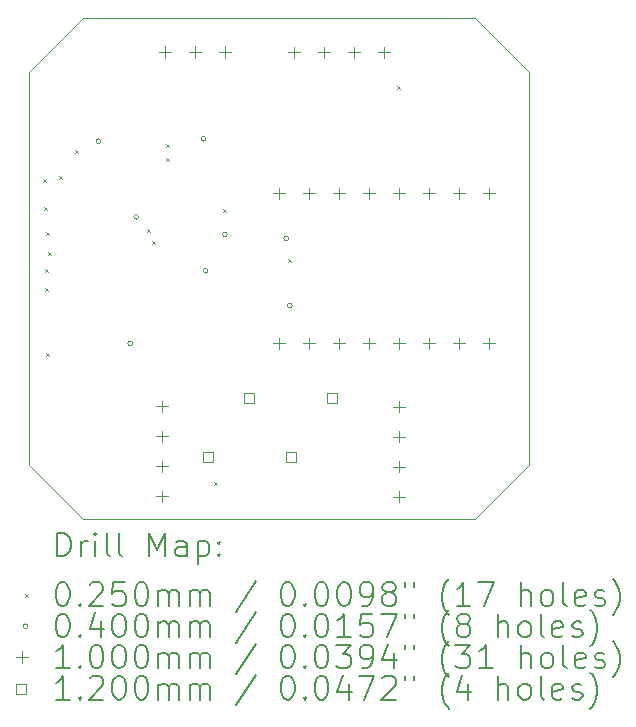
<source format=gbr>
%TF.GenerationSoftware,KiCad,Pcbnew,7.0.1*%
%TF.CreationDate,2024-04-15T22:24:18+02:00*%
%TF.ProjectId,nema17_driver,6e656d61-3137-45f6-9472-697665722e6b,rev?*%
%TF.SameCoordinates,Original*%
%TF.FileFunction,Drillmap*%
%TF.FilePolarity,Positive*%
%FSLAX45Y45*%
G04 Gerber Fmt 4.5, Leading zero omitted, Abs format (unit mm)*
G04 Created by KiCad (PCBNEW 7.0.1) date 2024-04-15 22:24:18*
%MOMM*%
%LPD*%
G01*
G04 APERTURE LIST*
%ADD10C,0.100000*%
%ADD11C,0.200000*%
%ADD12C,0.025000*%
%ADD13C,0.040000*%
%ADD14C,0.120000*%
G04 APERTURE END LIST*
D10*
X12480000Y-9760000D02*
X12480000Y-6440000D01*
X16720000Y-9760000D02*
X16260000Y-10220000D01*
X16260000Y-10220000D02*
X12940000Y-10220000D01*
X16720000Y-6440000D02*
X16720000Y-9760000D01*
X12940000Y-10220000D02*
X12480000Y-9760000D01*
X12940000Y-5980000D02*
X16260000Y-5980000D01*
X16260000Y-5980000D02*
X16720000Y-6440000D01*
X12480000Y-6440000D02*
X12940000Y-5980000D01*
D11*
D12*
X12606300Y-7345820D02*
X12631300Y-7370820D01*
X12631300Y-7345820D02*
X12606300Y-7370820D01*
X12611380Y-7579500D02*
X12636380Y-7604500D01*
X12636380Y-7579500D02*
X12611380Y-7604500D01*
X12616460Y-8102740D02*
X12641460Y-8127740D01*
X12641460Y-8102740D02*
X12616460Y-8127740D01*
X12621540Y-8265300D02*
X12646540Y-8290300D01*
X12646540Y-8265300D02*
X12621540Y-8290300D01*
X12626620Y-8819020D02*
X12651620Y-8844020D01*
X12651620Y-8819020D02*
X12626620Y-8844020D01*
X12629836Y-7790996D02*
X12654836Y-7815996D01*
X12654836Y-7790996D02*
X12629836Y-7815996D01*
X12644400Y-7957960D02*
X12669400Y-7982960D01*
X12669400Y-7957960D02*
X12644400Y-7982960D01*
X12738380Y-7315340D02*
X12763380Y-7340340D01*
X12763380Y-7315340D02*
X12738380Y-7340340D01*
X12870460Y-7096900D02*
X12895460Y-7121900D01*
X12895460Y-7096900D02*
X12870460Y-7121900D01*
X13485140Y-7762380D02*
X13510140Y-7787380D01*
X13510140Y-7762380D02*
X13485140Y-7787380D01*
X13525780Y-7863980D02*
X13550780Y-7888980D01*
X13550780Y-7863980D02*
X13525780Y-7888980D01*
X13647700Y-7046100D02*
X13672700Y-7071100D01*
X13672700Y-7046100D02*
X13647700Y-7071100D01*
X13647700Y-7162940D02*
X13672700Y-7187940D01*
X13672700Y-7162940D02*
X13647700Y-7187940D01*
X14049020Y-9911220D02*
X14074020Y-9936220D01*
X14074020Y-9911220D02*
X14049020Y-9936220D01*
X14125220Y-7599820D02*
X14150220Y-7624820D01*
X14150220Y-7599820D02*
X14125220Y-7624820D01*
X14678940Y-8021460D02*
X14703940Y-8046460D01*
X14703940Y-8021460D02*
X14678940Y-8046460D01*
X15603500Y-6553340D02*
X15628500Y-6578340D01*
X15628500Y-6553340D02*
X15603500Y-6578340D01*
D13*
X13090920Y-7023040D02*
G75*
G03*
X13090920Y-7023040I-20000J0D01*
G01*
X13360160Y-8735000D02*
G75*
G03*
X13360160Y-8735000I-20000J0D01*
G01*
X13410960Y-7663120D02*
G75*
G03*
X13410960Y-7663120I-20000J0D01*
G01*
X13979920Y-7002720D02*
G75*
G03*
X13979920Y-7002720I-20000J0D01*
G01*
X14000240Y-8120320D02*
G75*
G03*
X14000240Y-8120320I-20000J0D01*
G01*
X14162800Y-7810440D02*
G75*
G03*
X14162800Y-7810440I-20000J0D01*
G01*
X14680960Y-7846000D02*
G75*
G03*
X14680960Y-7846000I-20000J0D01*
G01*
X14711440Y-8414960D02*
G75*
G03*
X14711440Y-8414960I-20000J0D01*
G01*
D10*
X13609400Y-9218400D02*
X13609400Y-9318400D01*
X13559400Y-9268400D02*
X13659400Y-9268400D01*
X13609400Y-9472400D02*
X13609400Y-9572400D01*
X13559400Y-9522400D02*
X13659400Y-9522400D01*
X13609400Y-9726400D02*
X13609400Y-9826400D01*
X13559400Y-9776400D02*
X13659400Y-9776400D01*
X13609400Y-9980400D02*
X13609400Y-10080400D01*
X13559400Y-10030400D02*
X13659400Y-10030400D01*
X13636300Y-6218700D02*
X13636300Y-6318700D01*
X13586300Y-6268700D02*
X13686300Y-6268700D01*
X13890300Y-6218700D02*
X13890300Y-6318700D01*
X13840300Y-6268700D02*
X13940300Y-6268700D01*
X14144300Y-6218700D02*
X14144300Y-6318700D01*
X14094300Y-6268700D02*
X14194300Y-6268700D01*
X14600000Y-7415000D02*
X14600000Y-7515000D01*
X14550000Y-7465000D02*
X14650000Y-7465000D01*
X14600000Y-8685000D02*
X14600000Y-8785000D01*
X14550000Y-8735000D02*
X14650000Y-8735000D01*
X14727000Y-6221200D02*
X14727000Y-6321200D01*
X14677000Y-6271200D02*
X14777000Y-6271200D01*
X14854000Y-7415000D02*
X14854000Y-7515000D01*
X14804000Y-7465000D02*
X14904000Y-7465000D01*
X14854000Y-8685000D02*
X14854000Y-8785000D01*
X14804000Y-8735000D02*
X14904000Y-8735000D01*
X14981000Y-6221200D02*
X14981000Y-6321200D01*
X14931000Y-6271200D02*
X15031000Y-6271200D01*
X15108000Y-7415000D02*
X15108000Y-7515000D01*
X15058000Y-7465000D02*
X15158000Y-7465000D01*
X15108000Y-8685000D02*
X15108000Y-8785000D01*
X15058000Y-8735000D02*
X15158000Y-8735000D01*
X15235000Y-6221200D02*
X15235000Y-6321200D01*
X15185000Y-6271200D02*
X15285000Y-6271200D01*
X15362000Y-7415000D02*
X15362000Y-7515000D01*
X15312000Y-7465000D02*
X15412000Y-7465000D01*
X15362000Y-8685000D02*
X15362000Y-8785000D01*
X15312000Y-8735000D02*
X15412000Y-8735000D01*
X15489000Y-6221200D02*
X15489000Y-6321200D01*
X15439000Y-6271200D02*
X15539000Y-6271200D01*
X15613500Y-9219400D02*
X15613500Y-9319400D01*
X15563500Y-9269400D02*
X15663500Y-9269400D01*
X15613500Y-9473400D02*
X15613500Y-9573400D01*
X15563500Y-9523400D02*
X15663500Y-9523400D01*
X15613500Y-9727400D02*
X15613500Y-9827400D01*
X15563500Y-9777400D02*
X15663500Y-9777400D01*
X15613500Y-9981400D02*
X15613500Y-10081400D01*
X15563500Y-10031400D02*
X15663500Y-10031400D01*
X15616000Y-7415000D02*
X15616000Y-7515000D01*
X15566000Y-7465000D02*
X15666000Y-7465000D01*
X15616000Y-8685000D02*
X15616000Y-8785000D01*
X15566000Y-8735000D02*
X15666000Y-8735000D01*
X15870000Y-7415000D02*
X15870000Y-7515000D01*
X15820000Y-7465000D02*
X15920000Y-7465000D01*
X15870000Y-8685000D02*
X15870000Y-8785000D01*
X15820000Y-8735000D02*
X15920000Y-8735000D01*
X16124000Y-7415000D02*
X16124000Y-7515000D01*
X16074000Y-7465000D02*
X16174000Y-7465000D01*
X16124000Y-8685000D02*
X16124000Y-8785000D01*
X16074000Y-8735000D02*
X16174000Y-8735000D01*
X16378000Y-7415000D02*
X16378000Y-7515000D01*
X16328000Y-7465000D02*
X16428000Y-7465000D01*
X16378000Y-8685000D02*
X16378000Y-8785000D01*
X16328000Y-8735000D02*
X16428000Y-8735000D01*
D14*
X14042427Y-9740627D02*
X14042427Y-9655773D01*
X13957573Y-9655773D01*
X13957573Y-9740627D01*
X14042427Y-9740627D01*
X14392427Y-9240627D02*
X14392427Y-9155773D01*
X14307573Y-9155773D01*
X14307573Y-9240627D01*
X14392427Y-9240627D01*
X14742427Y-9740627D02*
X14742427Y-9655773D01*
X14657573Y-9655773D01*
X14657573Y-9740627D01*
X14742427Y-9740627D01*
X15092427Y-9240627D02*
X15092427Y-9155773D01*
X15007573Y-9155773D01*
X15007573Y-9240627D01*
X15092427Y-9240627D01*
D11*
X12722619Y-10537524D02*
X12722619Y-10337524D01*
X12722619Y-10337524D02*
X12770238Y-10337524D01*
X12770238Y-10337524D02*
X12798809Y-10347048D01*
X12798809Y-10347048D02*
X12817857Y-10366095D01*
X12817857Y-10366095D02*
X12827381Y-10385143D01*
X12827381Y-10385143D02*
X12836905Y-10423238D01*
X12836905Y-10423238D02*
X12836905Y-10451810D01*
X12836905Y-10451810D02*
X12827381Y-10489905D01*
X12827381Y-10489905D02*
X12817857Y-10508952D01*
X12817857Y-10508952D02*
X12798809Y-10528000D01*
X12798809Y-10528000D02*
X12770238Y-10537524D01*
X12770238Y-10537524D02*
X12722619Y-10537524D01*
X12922619Y-10537524D02*
X12922619Y-10404190D01*
X12922619Y-10442286D02*
X12932143Y-10423238D01*
X12932143Y-10423238D02*
X12941667Y-10413714D01*
X12941667Y-10413714D02*
X12960714Y-10404190D01*
X12960714Y-10404190D02*
X12979762Y-10404190D01*
X13046428Y-10537524D02*
X13046428Y-10404190D01*
X13046428Y-10337524D02*
X13036905Y-10347048D01*
X13036905Y-10347048D02*
X13046428Y-10356571D01*
X13046428Y-10356571D02*
X13055952Y-10347048D01*
X13055952Y-10347048D02*
X13046428Y-10337524D01*
X13046428Y-10337524D02*
X13046428Y-10356571D01*
X13170238Y-10537524D02*
X13151190Y-10528000D01*
X13151190Y-10528000D02*
X13141667Y-10508952D01*
X13141667Y-10508952D02*
X13141667Y-10337524D01*
X13275000Y-10537524D02*
X13255952Y-10528000D01*
X13255952Y-10528000D02*
X13246428Y-10508952D01*
X13246428Y-10508952D02*
X13246428Y-10337524D01*
X13503571Y-10537524D02*
X13503571Y-10337524D01*
X13503571Y-10337524D02*
X13570238Y-10480381D01*
X13570238Y-10480381D02*
X13636905Y-10337524D01*
X13636905Y-10337524D02*
X13636905Y-10537524D01*
X13817857Y-10537524D02*
X13817857Y-10432762D01*
X13817857Y-10432762D02*
X13808333Y-10413714D01*
X13808333Y-10413714D02*
X13789286Y-10404190D01*
X13789286Y-10404190D02*
X13751190Y-10404190D01*
X13751190Y-10404190D02*
X13732143Y-10413714D01*
X13817857Y-10528000D02*
X13798809Y-10537524D01*
X13798809Y-10537524D02*
X13751190Y-10537524D01*
X13751190Y-10537524D02*
X13732143Y-10528000D01*
X13732143Y-10528000D02*
X13722619Y-10508952D01*
X13722619Y-10508952D02*
X13722619Y-10489905D01*
X13722619Y-10489905D02*
X13732143Y-10470857D01*
X13732143Y-10470857D02*
X13751190Y-10461333D01*
X13751190Y-10461333D02*
X13798809Y-10461333D01*
X13798809Y-10461333D02*
X13817857Y-10451810D01*
X13913095Y-10404190D02*
X13913095Y-10604190D01*
X13913095Y-10413714D02*
X13932143Y-10404190D01*
X13932143Y-10404190D02*
X13970238Y-10404190D01*
X13970238Y-10404190D02*
X13989286Y-10413714D01*
X13989286Y-10413714D02*
X13998809Y-10423238D01*
X13998809Y-10423238D02*
X14008333Y-10442286D01*
X14008333Y-10442286D02*
X14008333Y-10499429D01*
X14008333Y-10499429D02*
X13998809Y-10518476D01*
X13998809Y-10518476D02*
X13989286Y-10528000D01*
X13989286Y-10528000D02*
X13970238Y-10537524D01*
X13970238Y-10537524D02*
X13932143Y-10537524D01*
X13932143Y-10537524D02*
X13913095Y-10528000D01*
X14094048Y-10518476D02*
X14103571Y-10528000D01*
X14103571Y-10528000D02*
X14094048Y-10537524D01*
X14094048Y-10537524D02*
X14084524Y-10528000D01*
X14084524Y-10528000D02*
X14094048Y-10518476D01*
X14094048Y-10518476D02*
X14094048Y-10537524D01*
X14094048Y-10413714D02*
X14103571Y-10423238D01*
X14103571Y-10423238D02*
X14094048Y-10432762D01*
X14094048Y-10432762D02*
X14084524Y-10423238D01*
X14084524Y-10423238D02*
X14094048Y-10413714D01*
X14094048Y-10413714D02*
X14094048Y-10432762D01*
D12*
X12450000Y-10852500D02*
X12475000Y-10877500D01*
X12475000Y-10852500D02*
X12450000Y-10877500D01*
D11*
X12760714Y-10757524D02*
X12779762Y-10757524D01*
X12779762Y-10757524D02*
X12798809Y-10767048D01*
X12798809Y-10767048D02*
X12808333Y-10776571D01*
X12808333Y-10776571D02*
X12817857Y-10795619D01*
X12817857Y-10795619D02*
X12827381Y-10833714D01*
X12827381Y-10833714D02*
X12827381Y-10881333D01*
X12827381Y-10881333D02*
X12817857Y-10919429D01*
X12817857Y-10919429D02*
X12808333Y-10938476D01*
X12808333Y-10938476D02*
X12798809Y-10948000D01*
X12798809Y-10948000D02*
X12779762Y-10957524D01*
X12779762Y-10957524D02*
X12760714Y-10957524D01*
X12760714Y-10957524D02*
X12741667Y-10948000D01*
X12741667Y-10948000D02*
X12732143Y-10938476D01*
X12732143Y-10938476D02*
X12722619Y-10919429D01*
X12722619Y-10919429D02*
X12713095Y-10881333D01*
X12713095Y-10881333D02*
X12713095Y-10833714D01*
X12713095Y-10833714D02*
X12722619Y-10795619D01*
X12722619Y-10795619D02*
X12732143Y-10776571D01*
X12732143Y-10776571D02*
X12741667Y-10767048D01*
X12741667Y-10767048D02*
X12760714Y-10757524D01*
X12913095Y-10938476D02*
X12922619Y-10948000D01*
X12922619Y-10948000D02*
X12913095Y-10957524D01*
X12913095Y-10957524D02*
X12903571Y-10948000D01*
X12903571Y-10948000D02*
X12913095Y-10938476D01*
X12913095Y-10938476D02*
X12913095Y-10957524D01*
X12998809Y-10776571D02*
X13008333Y-10767048D01*
X13008333Y-10767048D02*
X13027381Y-10757524D01*
X13027381Y-10757524D02*
X13075000Y-10757524D01*
X13075000Y-10757524D02*
X13094048Y-10767048D01*
X13094048Y-10767048D02*
X13103571Y-10776571D01*
X13103571Y-10776571D02*
X13113095Y-10795619D01*
X13113095Y-10795619D02*
X13113095Y-10814667D01*
X13113095Y-10814667D02*
X13103571Y-10843238D01*
X13103571Y-10843238D02*
X12989286Y-10957524D01*
X12989286Y-10957524D02*
X13113095Y-10957524D01*
X13294048Y-10757524D02*
X13198809Y-10757524D01*
X13198809Y-10757524D02*
X13189286Y-10852762D01*
X13189286Y-10852762D02*
X13198809Y-10843238D01*
X13198809Y-10843238D02*
X13217857Y-10833714D01*
X13217857Y-10833714D02*
X13265476Y-10833714D01*
X13265476Y-10833714D02*
X13284524Y-10843238D01*
X13284524Y-10843238D02*
X13294048Y-10852762D01*
X13294048Y-10852762D02*
X13303571Y-10871810D01*
X13303571Y-10871810D02*
X13303571Y-10919429D01*
X13303571Y-10919429D02*
X13294048Y-10938476D01*
X13294048Y-10938476D02*
X13284524Y-10948000D01*
X13284524Y-10948000D02*
X13265476Y-10957524D01*
X13265476Y-10957524D02*
X13217857Y-10957524D01*
X13217857Y-10957524D02*
X13198809Y-10948000D01*
X13198809Y-10948000D02*
X13189286Y-10938476D01*
X13427381Y-10757524D02*
X13446429Y-10757524D01*
X13446429Y-10757524D02*
X13465476Y-10767048D01*
X13465476Y-10767048D02*
X13475000Y-10776571D01*
X13475000Y-10776571D02*
X13484524Y-10795619D01*
X13484524Y-10795619D02*
X13494048Y-10833714D01*
X13494048Y-10833714D02*
X13494048Y-10881333D01*
X13494048Y-10881333D02*
X13484524Y-10919429D01*
X13484524Y-10919429D02*
X13475000Y-10938476D01*
X13475000Y-10938476D02*
X13465476Y-10948000D01*
X13465476Y-10948000D02*
X13446429Y-10957524D01*
X13446429Y-10957524D02*
X13427381Y-10957524D01*
X13427381Y-10957524D02*
X13408333Y-10948000D01*
X13408333Y-10948000D02*
X13398809Y-10938476D01*
X13398809Y-10938476D02*
X13389286Y-10919429D01*
X13389286Y-10919429D02*
X13379762Y-10881333D01*
X13379762Y-10881333D02*
X13379762Y-10833714D01*
X13379762Y-10833714D02*
X13389286Y-10795619D01*
X13389286Y-10795619D02*
X13398809Y-10776571D01*
X13398809Y-10776571D02*
X13408333Y-10767048D01*
X13408333Y-10767048D02*
X13427381Y-10757524D01*
X13579762Y-10957524D02*
X13579762Y-10824190D01*
X13579762Y-10843238D02*
X13589286Y-10833714D01*
X13589286Y-10833714D02*
X13608333Y-10824190D01*
X13608333Y-10824190D02*
X13636905Y-10824190D01*
X13636905Y-10824190D02*
X13655952Y-10833714D01*
X13655952Y-10833714D02*
X13665476Y-10852762D01*
X13665476Y-10852762D02*
X13665476Y-10957524D01*
X13665476Y-10852762D02*
X13675000Y-10833714D01*
X13675000Y-10833714D02*
X13694048Y-10824190D01*
X13694048Y-10824190D02*
X13722619Y-10824190D01*
X13722619Y-10824190D02*
X13741667Y-10833714D01*
X13741667Y-10833714D02*
X13751190Y-10852762D01*
X13751190Y-10852762D02*
X13751190Y-10957524D01*
X13846429Y-10957524D02*
X13846429Y-10824190D01*
X13846429Y-10843238D02*
X13855952Y-10833714D01*
X13855952Y-10833714D02*
X13875000Y-10824190D01*
X13875000Y-10824190D02*
X13903571Y-10824190D01*
X13903571Y-10824190D02*
X13922619Y-10833714D01*
X13922619Y-10833714D02*
X13932143Y-10852762D01*
X13932143Y-10852762D02*
X13932143Y-10957524D01*
X13932143Y-10852762D02*
X13941667Y-10833714D01*
X13941667Y-10833714D02*
X13960714Y-10824190D01*
X13960714Y-10824190D02*
X13989286Y-10824190D01*
X13989286Y-10824190D02*
X14008333Y-10833714D01*
X14008333Y-10833714D02*
X14017857Y-10852762D01*
X14017857Y-10852762D02*
X14017857Y-10957524D01*
X14408333Y-10748000D02*
X14236905Y-11005143D01*
X14665476Y-10757524D02*
X14684524Y-10757524D01*
X14684524Y-10757524D02*
X14703572Y-10767048D01*
X14703572Y-10767048D02*
X14713095Y-10776571D01*
X14713095Y-10776571D02*
X14722619Y-10795619D01*
X14722619Y-10795619D02*
X14732143Y-10833714D01*
X14732143Y-10833714D02*
X14732143Y-10881333D01*
X14732143Y-10881333D02*
X14722619Y-10919429D01*
X14722619Y-10919429D02*
X14713095Y-10938476D01*
X14713095Y-10938476D02*
X14703572Y-10948000D01*
X14703572Y-10948000D02*
X14684524Y-10957524D01*
X14684524Y-10957524D02*
X14665476Y-10957524D01*
X14665476Y-10957524D02*
X14646429Y-10948000D01*
X14646429Y-10948000D02*
X14636905Y-10938476D01*
X14636905Y-10938476D02*
X14627381Y-10919429D01*
X14627381Y-10919429D02*
X14617857Y-10881333D01*
X14617857Y-10881333D02*
X14617857Y-10833714D01*
X14617857Y-10833714D02*
X14627381Y-10795619D01*
X14627381Y-10795619D02*
X14636905Y-10776571D01*
X14636905Y-10776571D02*
X14646429Y-10767048D01*
X14646429Y-10767048D02*
X14665476Y-10757524D01*
X14817857Y-10938476D02*
X14827381Y-10948000D01*
X14827381Y-10948000D02*
X14817857Y-10957524D01*
X14817857Y-10957524D02*
X14808333Y-10948000D01*
X14808333Y-10948000D02*
X14817857Y-10938476D01*
X14817857Y-10938476D02*
X14817857Y-10957524D01*
X14951191Y-10757524D02*
X14970238Y-10757524D01*
X14970238Y-10757524D02*
X14989286Y-10767048D01*
X14989286Y-10767048D02*
X14998810Y-10776571D01*
X14998810Y-10776571D02*
X15008333Y-10795619D01*
X15008333Y-10795619D02*
X15017857Y-10833714D01*
X15017857Y-10833714D02*
X15017857Y-10881333D01*
X15017857Y-10881333D02*
X15008333Y-10919429D01*
X15008333Y-10919429D02*
X14998810Y-10938476D01*
X14998810Y-10938476D02*
X14989286Y-10948000D01*
X14989286Y-10948000D02*
X14970238Y-10957524D01*
X14970238Y-10957524D02*
X14951191Y-10957524D01*
X14951191Y-10957524D02*
X14932143Y-10948000D01*
X14932143Y-10948000D02*
X14922619Y-10938476D01*
X14922619Y-10938476D02*
X14913095Y-10919429D01*
X14913095Y-10919429D02*
X14903572Y-10881333D01*
X14903572Y-10881333D02*
X14903572Y-10833714D01*
X14903572Y-10833714D02*
X14913095Y-10795619D01*
X14913095Y-10795619D02*
X14922619Y-10776571D01*
X14922619Y-10776571D02*
X14932143Y-10767048D01*
X14932143Y-10767048D02*
X14951191Y-10757524D01*
X15141667Y-10757524D02*
X15160714Y-10757524D01*
X15160714Y-10757524D02*
X15179762Y-10767048D01*
X15179762Y-10767048D02*
X15189286Y-10776571D01*
X15189286Y-10776571D02*
X15198810Y-10795619D01*
X15198810Y-10795619D02*
X15208333Y-10833714D01*
X15208333Y-10833714D02*
X15208333Y-10881333D01*
X15208333Y-10881333D02*
X15198810Y-10919429D01*
X15198810Y-10919429D02*
X15189286Y-10938476D01*
X15189286Y-10938476D02*
X15179762Y-10948000D01*
X15179762Y-10948000D02*
X15160714Y-10957524D01*
X15160714Y-10957524D02*
X15141667Y-10957524D01*
X15141667Y-10957524D02*
X15122619Y-10948000D01*
X15122619Y-10948000D02*
X15113095Y-10938476D01*
X15113095Y-10938476D02*
X15103572Y-10919429D01*
X15103572Y-10919429D02*
X15094048Y-10881333D01*
X15094048Y-10881333D02*
X15094048Y-10833714D01*
X15094048Y-10833714D02*
X15103572Y-10795619D01*
X15103572Y-10795619D02*
X15113095Y-10776571D01*
X15113095Y-10776571D02*
X15122619Y-10767048D01*
X15122619Y-10767048D02*
X15141667Y-10757524D01*
X15303572Y-10957524D02*
X15341667Y-10957524D01*
X15341667Y-10957524D02*
X15360714Y-10948000D01*
X15360714Y-10948000D02*
X15370238Y-10938476D01*
X15370238Y-10938476D02*
X15389286Y-10909905D01*
X15389286Y-10909905D02*
X15398810Y-10871810D01*
X15398810Y-10871810D02*
X15398810Y-10795619D01*
X15398810Y-10795619D02*
X15389286Y-10776571D01*
X15389286Y-10776571D02*
X15379762Y-10767048D01*
X15379762Y-10767048D02*
X15360714Y-10757524D01*
X15360714Y-10757524D02*
X15322619Y-10757524D01*
X15322619Y-10757524D02*
X15303572Y-10767048D01*
X15303572Y-10767048D02*
X15294048Y-10776571D01*
X15294048Y-10776571D02*
X15284524Y-10795619D01*
X15284524Y-10795619D02*
X15284524Y-10843238D01*
X15284524Y-10843238D02*
X15294048Y-10862286D01*
X15294048Y-10862286D02*
X15303572Y-10871810D01*
X15303572Y-10871810D02*
X15322619Y-10881333D01*
X15322619Y-10881333D02*
X15360714Y-10881333D01*
X15360714Y-10881333D02*
X15379762Y-10871810D01*
X15379762Y-10871810D02*
X15389286Y-10862286D01*
X15389286Y-10862286D02*
X15398810Y-10843238D01*
X15513095Y-10843238D02*
X15494048Y-10833714D01*
X15494048Y-10833714D02*
X15484524Y-10824190D01*
X15484524Y-10824190D02*
X15475000Y-10805143D01*
X15475000Y-10805143D02*
X15475000Y-10795619D01*
X15475000Y-10795619D02*
X15484524Y-10776571D01*
X15484524Y-10776571D02*
X15494048Y-10767048D01*
X15494048Y-10767048D02*
X15513095Y-10757524D01*
X15513095Y-10757524D02*
X15551191Y-10757524D01*
X15551191Y-10757524D02*
X15570238Y-10767048D01*
X15570238Y-10767048D02*
X15579762Y-10776571D01*
X15579762Y-10776571D02*
X15589286Y-10795619D01*
X15589286Y-10795619D02*
X15589286Y-10805143D01*
X15589286Y-10805143D02*
X15579762Y-10824190D01*
X15579762Y-10824190D02*
X15570238Y-10833714D01*
X15570238Y-10833714D02*
X15551191Y-10843238D01*
X15551191Y-10843238D02*
X15513095Y-10843238D01*
X15513095Y-10843238D02*
X15494048Y-10852762D01*
X15494048Y-10852762D02*
X15484524Y-10862286D01*
X15484524Y-10862286D02*
X15475000Y-10881333D01*
X15475000Y-10881333D02*
X15475000Y-10919429D01*
X15475000Y-10919429D02*
X15484524Y-10938476D01*
X15484524Y-10938476D02*
X15494048Y-10948000D01*
X15494048Y-10948000D02*
X15513095Y-10957524D01*
X15513095Y-10957524D02*
X15551191Y-10957524D01*
X15551191Y-10957524D02*
X15570238Y-10948000D01*
X15570238Y-10948000D02*
X15579762Y-10938476D01*
X15579762Y-10938476D02*
X15589286Y-10919429D01*
X15589286Y-10919429D02*
X15589286Y-10881333D01*
X15589286Y-10881333D02*
X15579762Y-10862286D01*
X15579762Y-10862286D02*
X15570238Y-10852762D01*
X15570238Y-10852762D02*
X15551191Y-10843238D01*
X15665476Y-10757524D02*
X15665476Y-10795619D01*
X15741667Y-10757524D02*
X15741667Y-10795619D01*
X16036905Y-11033714D02*
X16027381Y-11024190D01*
X16027381Y-11024190D02*
X16008334Y-10995619D01*
X16008334Y-10995619D02*
X15998810Y-10976571D01*
X15998810Y-10976571D02*
X15989286Y-10948000D01*
X15989286Y-10948000D02*
X15979762Y-10900381D01*
X15979762Y-10900381D02*
X15979762Y-10862286D01*
X15979762Y-10862286D02*
X15989286Y-10814667D01*
X15989286Y-10814667D02*
X15998810Y-10786095D01*
X15998810Y-10786095D02*
X16008334Y-10767048D01*
X16008334Y-10767048D02*
X16027381Y-10738476D01*
X16027381Y-10738476D02*
X16036905Y-10728952D01*
X16217857Y-10957524D02*
X16103572Y-10957524D01*
X16160714Y-10957524D02*
X16160714Y-10757524D01*
X16160714Y-10757524D02*
X16141667Y-10786095D01*
X16141667Y-10786095D02*
X16122619Y-10805143D01*
X16122619Y-10805143D02*
X16103572Y-10814667D01*
X16284524Y-10757524D02*
X16417857Y-10757524D01*
X16417857Y-10757524D02*
X16332143Y-10957524D01*
X16646429Y-10957524D02*
X16646429Y-10757524D01*
X16732143Y-10957524D02*
X16732143Y-10852762D01*
X16732143Y-10852762D02*
X16722619Y-10833714D01*
X16722619Y-10833714D02*
X16703572Y-10824190D01*
X16703572Y-10824190D02*
X16675000Y-10824190D01*
X16675000Y-10824190D02*
X16655953Y-10833714D01*
X16655953Y-10833714D02*
X16646429Y-10843238D01*
X16855953Y-10957524D02*
X16836905Y-10948000D01*
X16836905Y-10948000D02*
X16827381Y-10938476D01*
X16827381Y-10938476D02*
X16817858Y-10919429D01*
X16817858Y-10919429D02*
X16817858Y-10862286D01*
X16817858Y-10862286D02*
X16827381Y-10843238D01*
X16827381Y-10843238D02*
X16836905Y-10833714D01*
X16836905Y-10833714D02*
X16855953Y-10824190D01*
X16855953Y-10824190D02*
X16884524Y-10824190D01*
X16884524Y-10824190D02*
X16903572Y-10833714D01*
X16903572Y-10833714D02*
X16913096Y-10843238D01*
X16913096Y-10843238D02*
X16922619Y-10862286D01*
X16922619Y-10862286D02*
X16922619Y-10919429D01*
X16922619Y-10919429D02*
X16913096Y-10938476D01*
X16913096Y-10938476D02*
X16903572Y-10948000D01*
X16903572Y-10948000D02*
X16884524Y-10957524D01*
X16884524Y-10957524D02*
X16855953Y-10957524D01*
X17036905Y-10957524D02*
X17017858Y-10948000D01*
X17017858Y-10948000D02*
X17008334Y-10928952D01*
X17008334Y-10928952D02*
X17008334Y-10757524D01*
X17189286Y-10948000D02*
X17170239Y-10957524D01*
X17170239Y-10957524D02*
X17132143Y-10957524D01*
X17132143Y-10957524D02*
X17113096Y-10948000D01*
X17113096Y-10948000D02*
X17103572Y-10928952D01*
X17103572Y-10928952D02*
X17103572Y-10852762D01*
X17103572Y-10852762D02*
X17113096Y-10833714D01*
X17113096Y-10833714D02*
X17132143Y-10824190D01*
X17132143Y-10824190D02*
X17170239Y-10824190D01*
X17170239Y-10824190D02*
X17189286Y-10833714D01*
X17189286Y-10833714D02*
X17198810Y-10852762D01*
X17198810Y-10852762D02*
X17198810Y-10871810D01*
X17198810Y-10871810D02*
X17103572Y-10890857D01*
X17275000Y-10948000D02*
X17294048Y-10957524D01*
X17294048Y-10957524D02*
X17332143Y-10957524D01*
X17332143Y-10957524D02*
X17351191Y-10948000D01*
X17351191Y-10948000D02*
X17360715Y-10928952D01*
X17360715Y-10928952D02*
X17360715Y-10919429D01*
X17360715Y-10919429D02*
X17351191Y-10900381D01*
X17351191Y-10900381D02*
X17332143Y-10890857D01*
X17332143Y-10890857D02*
X17303572Y-10890857D01*
X17303572Y-10890857D02*
X17284524Y-10881333D01*
X17284524Y-10881333D02*
X17275000Y-10862286D01*
X17275000Y-10862286D02*
X17275000Y-10852762D01*
X17275000Y-10852762D02*
X17284524Y-10833714D01*
X17284524Y-10833714D02*
X17303572Y-10824190D01*
X17303572Y-10824190D02*
X17332143Y-10824190D01*
X17332143Y-10824190D02*
X17351191Y-10833714D01*
X17427381Y-11033714D02*
X17436905Y-11024190D01*
X17436905Y-11024190D02*
X17455953Y-10995619D01*
X17455953Y-10995619D02*
X17465477Y-10976571D01*
X17465477Y-10976571D02*
X17475000Y-10948000D01*
X17475000Y-10948000D02*
X17484524Y-10900381D01*
X17484524Y-10900381D02*
X17484524Y-10862286D01*
X17484524Y-10862286D02*
X17475000Y-10814667D01*
X17475000Y-10814667D02*
X17465477Y-10786095D01*
X17465477Y-10786095D02*
X17455953Y-10767048D01*
X17455953Y-10767048D02*
X17436905Y-10738476D01*
X17436905Y-10738476D02*
X17427381Y-10728952D01*
D13*
X12475000Y-11129000D02*
G75*
G03*
X12475000Y-11129000I-20000J0D01*
G01*
D11*
X12760714Y-11021524D02*
X12779762Y-11021524D01*
X12779762Y-11021524D02*
X12798809Y-11031048D01*
X12798809Y-11031048D02*
X12808333Y-11040571D01*
X12808333Y-11040571D02*
X12817857Y-11059619D01*
X12817857Y-11059619D02*
X12827381Y-11097714D01*
X12827381Y-11097714D02*
X12827381Y-11145333D01*
X12827381Y-11145333D02*
X12817857Y-11183429D01*
X12817857Y-11183429D02*
X12808333Y-11202476D01*
X12808333Y-11202476D02*
X12798809Y-11212000D01*
X12798809Y-11212000D02*
X12779762Y-11221524D01*
X12779762Y-11221524D02*
X12760714Y-11221524D01*
X12760714Y-11221524D02*
X12741667Y-11212000D01*
X12741667Y-11212000D02*
X12732143Y-11202476D01*
X12732143Y-11202476D02*
X12722619Y-11183429D01*
X12722619Y-11183429D02*
X12713095Y-11145333D01*
X12713095Y-11145333D02*
X12713095Y-11097714D01*
X12713095Y-11097714D02*
X12722619Y-11059619D01*
X12722619Y-11059619D02*
X12732143Y-11040571D01*
X12732143Y-11040571D02*
X12741667Y-11031048D01*
X12741667Y-11031048D02*
X12760714Y-11021524D01*
X12913095Y-11202476D02*
X12922619Y-11212000D01*
X12922619Y-11212000D02*
X12913095Y-11221524D01*
X12913095Y-11221524D02*
X12903571Y-11212000D01*
X12903571Y-11212000D02*
X12913095Y-11202476D01*
X12913095Y-11202476D02*
X12913095Y-11221524D01*
X13094048Y-11088190D02*
X13094048Y-11221524D01*
X13046428Y-11012000D02*
X12998809Y-11154857D01*
X12998809Y-11154857D02*
X13122619Y-11154857D01*
X13236905Y-11021524D02*
X13255952Y-11021524D01*
X13255952Y-11021524D02*
X13275000Y-11031048D01*
X13275000Y-11031048D02*
X13284524Y-11040571D01*
X13284524Y-11040571D02*
X13294048Y-11059619D01*
X13294048Y-11059619D02*
X13303571Y-11097714D01*
X13303571Y-11097714D02*
X13303571Y-11145333D01*
X13303571Y-11145333D02*
X13294048Y-11183429D01*
X13294048Y-11183429D02*
X13284524Y-11202476D01*
X13284524Y-11202476D02*
X13275000Y-11212000D01*
X13275000Y-11212000D02*
X13255952Y-11221524D01*
X13255952Y-11221524D02*
X13236905Y-11221524D01*
X13236905Y-11221524D02*
X13217857Y-11212000D01*
X13217857Y-11212000D02*
X13208333Y-11202476D01*
X13208333Y-11202476D02*
X13198809Y-11183429D01*
X13198809Y-11183429D02*
X13189286Y-11145333D01*
X13189286Y-11145333D02*
X13189286Y-11097714D01*
X13189286Y-11097714D02*
X13198809Y-11059619D01*
X13198809Y-11059619D02*
X13208333Y-11040571D01*
X13208333Y-11040571D02*
X13217857Y-11031048D01*
X13217857Y-11031048D02*
X13236905Y-11021524D01*
X13427381Y-11021524D02*
X13446429Y-11021524D01*
X13446429Y-11021524D02*
X13465476Y-11031048D01*
X13465476Y-11031048D02*
X13475000Y-11040571D01*
X13475000Y-11040571D02*
X13484524Y-11059619D01*
X13484524Y-11059619D02*
X13494048Y-11097714D01*
X13494048Y-11097714D02*
X13494048Y-11145333D01*
X13494048Y-11145333D02*
X13484524Y-11183429D01*
X13484524Y-11183429D02*
X13475000Y-11202476D01*
X13475000Y-11202476D02*
X13465476Y-11212000D01*
X13465476Y-11212000D02*
X13446429Y-11221524D01*
X13446429Y-11221524D02*
X13427381Y-11221524D01*
X13427381Y-11221524D02*
X13408333Y-11212000D01*
X13408333Y-11212000D02*
X13398809Y-11202476D01*
X13398809Y-11202476D02*
X13389286Y-11183429D01*
X13389286Y-11183429D02*
X13379762Y-11145333D01*
X13379762Y-11145333D02*
X13379762Y-11097714D01*
X13379762Y-11097714D02*
X13389286Y-11059619D01*
X13389286Y-11059619D02*
X13398809Y-11040571D01*
X13398809Y-11040571D02*
X13408333Y-11031048D01*
X13408333Y-11031048D02*
X13427381Y-11021524D01*
X13579762Y-11221524D02*
X13579762Y-11088190D01*
X13579762Y-11107238D02*
X13589286Y-11097714D01*
X13589286Y-11097714D02*
X13608333Y-11088190D01*
X13608333Y-11088190D02*
X13636905Y-11088190D01*
X13636905Y-11088190D02*
X13655952Y-11097714D01*
X13655952Y-11097714D02*
X13665476Y-11116762D01*
X13665476Y-11116762D02*
X13665476Y-11221524D01*
X13665476Y-11116762D02*
X13675000Y-11097714D01*
X13675000Y-11097714D02*
X13694048Y-11088190D01*
X13694048Y-11088190D02*
X13722619Y-11088190D01*
X13722619Y-11088190D02*
X13741667Y-11097714D01*
X13741667Y-11097714D02*
X13751190Y-11116762D01*
X13751190Y-11116762D02*
X13751190Y-11221524D01*
X13846429Y-11221524D02*
X13846429Y-11088190D01*
X13846429Y-11107238D02*
X13855952Y-11097714D01*
X13855952Y-11097714D02*
X13875000Y-11088190D01*
X13875000Y-11088190D02*
X13903571Y-11088190D01*
X13903571Y-11088190D02*
X13922619Y-11097714D01*
X13922619Y-11097714D02*
X13932143Y-11116762D01*
X13932143Y-11116762D02*
X13932143Y-11221524D01*
X13932143Y-11116762D02*
X13941667Y-11097714D01*
X13941667Y-11097714D02*
X13960714Y-11088190D01*
X13960714Y-11088190D02*
X13989286Y-11088190D01*
X13989286Y-11088190D02*
X14008333Y-11097714D01*
X14008333Y-11097714D02*
X14017857Y-11116762D01*
X14017857Y-11116762D02*
X14017857Y-11221524D01*
X14408333Y-11012000D02*
X14236905Y-11269143D01*
X14665476Y-11021524D02*
X14684524Y-11021524D01*
X14684524Y-11021524D02*
X14703572Y-11031048D01*
X14703572Y-11031048D02*
X14713095Y-11040571D01*
X14713095Y-11040571D02*
X14722619Y-11059619D01*
X14722619Y-11059619D02*
X14732143Y-11097714D01*
X14732143Y-11097714D02*
X14732143Y-11145333D01*
X14732143Y-11145333D02*
X14722619Y-11183429D01*
X14722619Y-11183429D02*
X14713095Y-11202476D01*
X14713095Y-11202476D02*
X14703572Y-11212000D01*
X14703572Y-11212000D02*
X14684524Y-11221524D01*
X14684524Y-11221524D02*
X14665476Y-11221524D01*
X14665476Y-11221524D02*
X14646429Y-11212000D01*
X14646429Y-11212000D02*
X14636905Y-11202476D01*
X14636905Y-11202476D02*
X14627381Y-11183429D01*
X14627381Y-11183429D02*
X14617857Y-11145333D01*
X14617857Y-11145333D02*
X14617857Y-11097714D01*
X14617857Y-11097714D02*
X14627381Y-11059619D01*
X14627381Y-11059619D02*
X14636905Y-11040571D01*
X14636905Y-11040571D02*
X14646429Y-11031048D01*
X14646429Y-11031048D02*
X14665476Y-11021524D01*
X14817857Y-11202476D02*
X14827381Y-11212000D01*
X14827381Y-11212000D02*
X14817857Y-11221524D01*
X14817857Y-11221524D02*
X14808333Y-11212000D01*
X14808333Y-11212000D02*
X14817857Y-11202476D01*
X14817857Y-11202476D02*
X14817857Y-11221524D01*
X14951191Y-11021524D02*
X14970238Y-11021524D01*
X14970238Y-11021524D02*
X14989286Y-11031048D01*
X14989286Y-11031048D02*
X14998810Y-11040571D01*
X14998810Y-11040571D02*
X15008333Y-11059619D01*
X15008333Y-11059619D02*
X15017857Y-11097714D01*
X15017857Y-11097714D02*
X15017857Y-11145333D01*
X15017857Y-11145333D02*
X15008333Y-11183429D01*
X15008333Y-11183429D02*
X14998810Y-11202476D01*
X14998810Y-11202476D02*
X14989286Y-11212000D01*
X14989286Y-11212000D02*
X14970238Y-11221524D01*
X14970238Y-11221524D02*
X14951191Y-11221524D01*
X14951191Y-11221524D02*
X14932143Y-11212000D01*
X14932143Y-11212000D02*
X14922619Y-11202476D01*
X14922619Y-11202476D02*
X14913095Y-11183429D01*
X14913095Y-11183429D02*
X14903572Y-11145333D01*
X14903572Y-11145333D02*
X14903572Y-11097714D01*
X14903572Y-11097714D02*
X14913095Y-11059619D01*
X14913095Y-11059619D02*
X14922619Y-11040571D01*
X14922619Y-11040571D02*
X14932143Y-11031048D01*
X14932143Y-11031048D02*
X14951191Y-11021524D01*
X15208333Y-11221524D02*
X15094048Y-11221524D01*
X15151191Y-11221524D02*
X15151191Y-11021524D01*
X15151191Y-11021524D02*
X15132143Y-11050095D01*
X15132143Y-11050095D02*
X15113095Y-11069143D01*
X15113095Y-11069143D02*
X15094048Y-11078667D01*
X15389286Y-11021524D02*
X15294048Y-11021524D01*
X15294048Y-11021524D02*
X15284524Y-11116762D01*
X15284524Y-11116762D02*
X15294048Y-11107238D01*
X15294048Y-11107238D02*
X15313095Y-11097714D01*
X15313095Y-11097714D02*
X15360714Y-11097714D01*
X15360714Y-11097714D02*
X15379762Y-11107238D01*
X15379762Y-11107238D02*
X15389286Y-11116762D01*
X15389286Y-11116762D02*
X15398810Y-11135810D01*
X15398810Y-11135810D02*
X15398810Y-11183429D01*
X15398810Y-11183429D02*
X15389286Y-11202476D01*
X15389286Y-11202476D02*
X15379762Y-11212000D01*
X15379762Y-11212000D02*
X15360714Y-11221524D01*
X15360714Y-11221524D02*
X15313095Y-11221524D01*
X15313095Y-11221524D02*
X15294048Y-11212000D01*
X15294048Y-11212000D02*
X15284524Y-11202476D01*
X15465476Y-11021524D02*
X15598810Y-11021524D01*
X15598810Y-11021524D02*
X15513095Y-11221524D01*
X15665476Y-11021524D02*
X15665476Y-11059619D01*
X15741667Y-11021524D02*
X15741667Y-11059619D01*
X16036905Y-11297714D02*
X16027381Y-11288190D01*
X16027381Y-11288190D02*
X16008334Y-11259619D01*
X16008334Y-11259619D02*
X15998810Y-11240571D01*
X15998810Y-11240571D02*
X15989286Y-11212000D01*
X15989286Y-11212000D02*
X15979762Y-11164381D01*
X15979762Y-11164381D02*
X15979762Y-11126286D01*
X15979762Y-11126286D02*
X15989286Y-11078667D01*
X15989286Y-11078667D02*
X15998810Y-11050095D01*
X15998810Y-11050095D02*
X16008334Y-11031048D01*
X16008334Y-11031048D02*
X16027381Y-11002476D01*
X16027381Y-11002476D02*
X16036905Y-10992952D01*
X16141667Y-11107238D02*
X16122619Y-11097714D01*
X16122619Y-11097714D02*
X16113095Y-11088190D01*
X16113095Y-11088190D02*
X16103572Y-11069143D01*
X16103572Y-11069143D02*
X16103572Y-11059619D01*
X16103572Y-11059619D02*
X16113095Y-11040571D01*
X16113095Y-11040571D02*
X16122619Y-11031048D01*
X16122619Y-11031048D02*
X16141667Y-11021524D01*
X16141667Y-11021524D02*
X16179762Y-11021524D01*
X16179762Y-11021524D02*
X16198810Y-11031048D01*
X16198810Y-11031048D02*
X16208334Y-11040571D01*
X16208334Y-11040571D02*
X16217857Y-11059619D01*
X16217857Y-11059619D02*
X16217857Y-11069143D01*
X16217857Y-11069143D02*
X16208334Y-11088190D01*
X16208334Y-11088190D02*
X16198810Y-11097714D01*
X16198810Y-11097714D02*
X16179762Y-11107238D01*
X16179762Y-11107238D02*
X16141667Y-11107238D01*
X16141667Y-11107238D02*
X16122619Y-11116762D01*
X16122619Y-11116762D02*
X16113095Y-11126286D01*
X16113095Y-11126286D02*
X16103572Y-11145333D01*
X16103572Y-11145333D02*
X16103572Y-11183429D01*
X16103572Y-11183429D02*
X16113095Y-11202476D01*
X16113095Y-11202476D02*
X16122619Y-11212000D01*
X16122619Y-11212000D02*
X16141667Y-11221524D01*
X16141667Y-11221524D02*
X16179762Y-11221524D01*
X16179762Y-11221524D02*
X16198810Y-11212000D01*
X16198810Y-11212000D02*
X16208334Y-11202476D01*
X16208334Y-11202476D02*
X16217857Y-11183429D01*
X16217857Y-11183429D02*
X16217857Y-11145333D01*
X16217857Y-11145333D02*
X16208334Y-11126286D01*
X16208334Y-11126286D02*
X16198810Y-11116762D01*
X16198810Y-11116762D02*
X16179762Y-11107238D01*
X16455953Y-11221524D02*
X16455953Y-11021524D01*
X16541667Y-11221524D02*
X16541667Y-11116762D01*
X16541667Y-11116762D02*
X16532143Y-11097714D01*
X16532143Y-11097714D02*
X16513096Y-11088190D01*
X16513096Y-11088190D02*
X16484524Y-11088190D01*
X16484524Y-11088190D02*
X16465476Y-11097714D01*
X16465476Y-11097714D02*
X16455953Y-11107238D01*
X16665476Y-11221524D02*
X16646429Y-11212000D01*
X16646429Y-11212000D02*
X16636905Y-11202476D01*
X16636905Y-11202476D02*
X16627381Y-11183429D01*
X16627381Y-11183429D02*
X16627381Y-11126286D01*
X16627381Y-11126286D02*
X16636905Y-11107238D01*
X16636905Y-11107238D02*
X16646429Y-11097714D01*
X16646429Y-11097714D02*
X16665476Y-11088190D01*
X16665476Y-11088190D02*
X16694048Y-11088190D01*
X16694048Y-11088190D02*
X16713096Y-11097714D01*
X16713096Y-11097714D02*
X16722619Y-11107238D01*
X16722619Y-11107238D02*
X16732143Y-11126286D01*
X16732143Y-11126286D02*
X16732143Y-11183429D01*
X16732143Y-11183429D02*
X16722619Y-11202476D01*
X16722619Y-11202476D02*
X16713096Y-11212000D01*
X16713096Y-11212000D02*
X16694048Y-11221524D01*
X16694048Y-11221524D02*
X16665476Y-11221524D01*
X16846429Y-11221524D02*
X16827381Y-11212000D01*
X16827381Y-11212000D02*
X16817858Y-11192952D01*
X16817858Y-11192952D02*
X16817858Y-11021524D01*
X16998810Y-11212000D02*
X16979762Y-11221524D01*
X16979762Y-11221524D02*
X16941667Y-11221524D01*
X16941667Y-11221524D02*
X16922619Y-11212000D01*
X16922619Y-11212000D02*
X16913096Y-11192952D01*
X16913096Y-11192952D02*
X16913096Y-11116762D01*
X16913096Y-11116762D02*
X16922619Y-11097714D01*
X16922619Y-11097714D02*
X16941667Y-11088190D01*
X16941667Y-11088190D02*
X16979762Y-11088190D01*
X16979762Y-11088190D02*
X16998810Y-11097714D01*
X16998810Y-11097714D02*
X17008334Y-11116762D01*
X17008334Y-11116762D02*
X17008334Y-11135810D01*
X17008334Y-11135810D02*
X16913096Y-11154857D01*
X17084524Y-11212000D02*
X17103572Y-11221524D01*
X17103572Y-11221524D02*
X17141667Y-11221524D01*
X17141667Y-11221524D02*
X17160715Y-11212000D01*
X17160715Y-11212000D02*
X17170239Y-11192952D01*
X17170239Y-11192952D02*
X17170239Y-11183429D01*
X17170239Y-11183429D02*
X17160715Y-11164381D01*
X17160715Y-11164381D02*
X17141667Y-11154857D01*
X17141667Y-11154857D02*
X17113096Y-11154857D01*
X17113096Y-11154857D02*
X17094048Y-11145333D01*
X17094048Y-11145333D02*
X17084524Y-11126286D01*
X17084524Y-11126286D02*
X17084524Y-11116762D01*
X17084524Y-11116762D02*
X17094048Y-11097714D01*
X17094048Y-11097714D02*
X17113096Y-11088190D01*
X17113096Y-11088190D02*
X17141667Y-11088190D01*
X17141667Y-11088190D02*
X17160715Y-11097714D01*
X17236905Y-11297714D02*
X17246429Y-11288190D01*
X17246429Y-11288190D02*
X17265477Y-11259619D01*
X17265477Y-11259619D02*
X17275000Y-11240571D01*
X17275000Y-11240571D02*
X17284524Y-11212000D01*
X17284524Y-11212000D02*
X17294048Y-11164381D01*
X17294048Y-11164381D02*
X17294048Y-11126286D01*
X17294048Y-11126286D02*
X17284524Y-11078667D01*
X17284524Y-11078667D02*
X17275000Y-11050095D01*
X17275000Y-11050095D02*
X17265477Y-11031048D01*
X17265477Y-11031048D02*
X17246429Y-11002476D01*
X17246429Y-11002476D02*
X17236905Y-10992952D01*
D10*
X12425000Y-11343000D02*
X12425000Y-11443000D01*
X12375000Y-11393000D02*
X12475000Y-11393000D01*
D11*
X12827381Y-11485524D02*
X12713095Y-11485524D01*
X12770238Y-11485524D02*
X12770238Y-11285524D01*
X12770238Y-11285524D02*
X12751190Y-11314095D01*
X12751190Y-11314095D02*
X12732143Y-11333143D01*
X12732143Y-11333143D02*
X12713095Y-11342667D01*
X12913095Y-11466476D02*
X12922619Y-11476000D01*
X12922619Y-11476000D02*
X12913095Y-11485524D01*
X12913095Y-11485524D02*
X12903571Y-11476000D01*
X12903571Y-11476000D02*
X12913095Y-11466476D01*
X12913095Y-11466476D02*
X12913095Y-11485524D01*
X13046428Y-11285524D02*
X13065476Y-11285524D01*
X13065476Y-11285524D02*
X13084524Y-11295048D01*
X13084524Y-11295048D02*
X13094048Y-11304571D01*
X13094048Y-11304571D02*
X13103571Y-11323619D01*
X13103571Y-11323619D02*
X13113095Y-11361714D01*
X13113095Y-11361714D02*
X13113095Y-11409333D01*
X13113095Y-11409333D02*
X13103571Y-11447428D01*
X13103571Y-11447428D02*
X13094048Y-11466476D01*
X13094048Y-11466476D02*
X13084524Y-11476000D01*
X13084524Y-11476000D02*
X13065476Y-11485524D01*
X13065476Y-11485524D02*
X13046428Y-11485524D01*
X13046428Y-11485524D02*
X13027381Y-11476000D01*
X13027381Y-11476000D02*
X13017857Y-11466476D01*
X13017857Y-11466476D02*
X13008333Y-11447428D01*
X13008333Y-11447428D02*
X12998809Y-11409333D01*
X12998809Y-11409333D02*
X12998809Y-11361714D01*
X12998809Y-11361714D02*
X13008333Y-11323619D01*
X13008333Y-11323619D02*
X13017857Y-11304571D01*
X13017857Y-11304571D02*
X13027381Y-11295048D01*
X13027381Y-11295048D02*
X13046428Y-11285524D01*
X13236905Y-11285524D02*
X13255952Y-11285524D01*
X13255952Y-11285524D02*
X13275000Y-11295048D01*
X13275000Y-11295048D02*
X13284524Y-11304571D01*
X13284524Y-11304571D02*
X13294048Y-11323619D01*
X13294048Y-11323619D02*
X13303571Y-11361714D01*
X13303571Y-11361714D02*
X13303571Y-11409333D01*
X13303571Y-11409333D02*
X13294048Y-11447428D01*
X13294048Y-11447428D02*
X13284524Y-11466476D01*
X13284524Y-11466476D02*
X13275000Y-11476000D01*
X13275000Y-11476000D02*
X13255952Y-11485524D01*
X13255952Y-11485524D02*
X13236905Y-11485524D01*
X13236905Y-11485524D02*
X13217857Y-11476000D01*
X13217857Y-11476000D02*
X13208333Y-11466476D01*
X13208333Y-11466476D02*
X13198809Y-11447428D01*
X13198809Y-11447428D02*
X13189286Y-11409333D01*
X13189286Y-11409333D02*
X13189286Y-11361714D01*
X13189286Y-11361714D02*
X13198809Y-11323619D01*
X13198809Y-11323619D02*
X13208333Y-11304571D01*
X13208333Y-11304571D02*
X13217857Y-11295048D01*
X13217857Y-11295048D02*
X13236905Y-11285524D01*
X13427381Y-11285524D02*
X13446429Y-11285524D01*
X13446429Y-11285524D02*
X13465476Y-11295048D01*
X13465476Y-11295048D02*
X13475000Y-11304571D01*
X13475000Y-11304571D02*
X13484524Y-11323619D01*
X13484524Y-11323619D02*
X13494048Y-11361714D01*
X13494048Y-11361714D02*
X13494048Y-11409333D01*
X13494048Y-11409333D02*
X13484524Y-11447428D01*
X13484524Y-11447428D02*
X13475000Y-11466476D01*
X13475000Y-11466476D02*
X13465476Y-11476000D01*
X13465476Y-11476000D02*
X13446429Y-11485524D01*
X13446429Y-11485524D02*
X13427381Y-11485524D01*
X13427381Y-11485524D02*
X13408333Y-11476000D01*
X13408333Y-11476000D02*
X13398809Y-11466476D01*
X13398809Y-11466476D02*
X13389286Y-11447428D01*
X13389286Y-11447428D02*
X13379762Y-11409333D01*
X13379762Y-11409333D02*
X13379762Y-11361714D01*
X13379762Y-11361714D02*
X13389286Y-11323619D01*
X13389286Y-11323619D02*
X13398809Y-11304571D01*
X13398809Y-11304571D02*
X13408333Y-11295048D01*
X13408333Y-11295048D02*
X13427381Y-11285524D01*
X13579762Y-11485524D02*
X13579762Y-11352190D01*
X13579762Y-11371238D02*
X13589286Y-11361714D01*
X13589286Y-11361714D02*
X13608333Y-11352190D01*
X13608333Y-11352190D02*
X13636905Y-11352190D01*
X13636905Y-11352190D02*
X13655952Y-11361714D01*
X13655952Y-11361714D02*
X13665476Y-11380762D01*
X13665476Y-11380762D02*
X13665476Y-11485524D01*
X13665476Y-11380762D02*
X13675000Y-11361714D01*
X13675000Y-11361714D02*
X13694048Y-11352190D01*
X13694048Y-11352190D02*
X13722619Y-11352190D01*
X13722619Y-11352190D02*
X13741667Y-11361714D01*
X13741667Y-11361714D02*
X13751190Y-11380762D01*
X13751190Y-11380762D02*
X13751190Y-11485524D01*
X13846429Y-11485524D02*
X13846429Y-11352190D01*
X13846429Y-11371238D02*
X13855952Y-11361714D01*
X13855952Y-11361714D02*
X13875000Y-11352190D01*
X13875000Y-11352190D02*
X13903571Y-11352190D01*
X13903571Y-11352190D02*
X13922619Y-11361714D01*
X13922619Y-11361714D02*
X13932143Y-11380762D01*
X13932143Y-11380762D02*
X13932143Y-11485524D01*
X13932143Y-11380762D02*
X13941667Y-11361714D01*
X13941667Y-11361714D02*
X13960714Y-11352190D01*
X13960714Y-11352190D02*
X13989286Y-11352190D01*
X13989286Y-11352190D02*
X14008333Y-11361714D01*
X14008333Y-11361714D02*
X14017857Y-11380762D01*
X14017857Y-11380762D02*
X14017857Y-11485524D01*
X14408333Y-11276000D02*
X14236905Y-11533143D01*
X14665476Y-11285524D02*
X14684524Y-11285524D01*
X14684524Y-11285524D02*
X14703572Y-11295048D01*
X14703572Y-11295048D02*
X14713095Y-11304571D01*
X14713095Y-11304571D02*
X14722619Y-11323619D01*
X14722619Y-11323619D02*
X14732143Y-11361714D01*
X14732143Y-11361714D02*
X14732143Y-11409333D01*
X14732143Y-11409333D02*
X14722619Y-11447428D01*
X14722619Y-11447428D02*
X14713095Y-11466476D01*
X14713095Y-11466476D02*
X14703572Y-11476000D01*
X14703572Y-11476000D02*
X14684524Y-11485524D01*
X14684524Y-11485524D02*
X14665476Y-11485524D01*
X14665476Y-11485524D02*
X14646429Y-11476000D01*
X14646429Y-11476000D02*
X14636905Y-11466476D01*
X14636905Y-11466476D02*
X14627381Y-11447428D01*
X14627381Y-11447428D02*
X14617857Y-11409333D01*
X14617857Y-11409333D02*
X14617857Y-11361714D01*
X14617857Y-11361714D02*
X14627381Y-11323619D01*
X14627381Y-11323619D02*
X14636905Y-11304571D01*
X14636905Y-11304571D02*
X14646429Y-11295048D01*
X14646429Y-11295048D02*
X14665476Y-11285524D01*
X14817857Y-11466476D02*
X14827381Y-11476000D01*
X14827381Y-11476000D02*
X14817857Y-11485524D01*
X14817857Y-11485524D02*
X14808333Y-11476000D01*
X14808333Y-11476000D02*
X14817857Y-11466476D01*
X14817857Y-11466476D02*
X14817857Y-11485524D01*
X14951191Y-11285524D02*
X14970238Y-11285524D01*
X14970238Y-11285524D02*
X14989286Y-11295048D01*
X14989286Y-11295048D02*
X14998810Y-11304571D01*
X14998810Y-11304571D02*
X15008333Y-11323619D01*
X15008333Y-11323619D02*
X15017857Y-11361714D01*
X15017857Y-11361714D02*
X15017857Y-11409333D01*
X15017857Y-11409333D02*
X15008333Y-11447428D01*
X15008333Y-11447428D02*
X14998810Y-11466476D01*
X14998810Y-11466476D02*
X14989286Y-11476000D01*
X14989286Y-11476000D02*
X14970238Y-11485524D01*
X14970238Y-11485524D02*
X14951191Y-11485524D01*
X14951191Y-11485524D02*
X14932143Y-11476000D01*
X14932143Y-11476000D02*
X14922619Y-11466476D01*
X14922619Y-11466476D02*
X14913095Y-11447428D01*
X14913095Y-11447428D02*
X14903572Y-11409333D01*
X14903572Y-11409333D02*
X14903572Y-11361714D01*
X14903572Y-11361714D02*
X14913095Y-11323619D01*
X14913095Y-11323619D02*
X14922619Y-11304571D01*
X14922619Y-11304571D02*
X14932143Y-11295048D01*
X14932143Y-11295048D02*
X14951191Y-11285524D01*
X15084524Y-11285524D02*
X15208333Y-11285524D01*
X15208333Y-11285524D02*
X15141667Y-11361714D01*
X15141667Y-11361714D02*
X15170238Y-11361714D01*
X15170238Y-11361714D02*
X15189286Y-11371238D01*
X15189286Y-11371238D02*
X15198810Y-11380762D01*
X15198810Y-11380762D02*
X15208333Y-11399809D01*
X15208333Y-11399809D02*
X15208333Y-11447428D01*
X15208333Y-11447428D02*
X15198810Y-11466476D01*
X15198810Y-11466476D02*
X15189286Y-11476000D01*
X15189286Y-11476000D02*
X15170238Y-11485524D01*
X15170238Y-11485524D02*
X15113095Y-11485524D01*
X15113095Y-11485524D02*
X15094048Y-11476000D01*
X15094048Y-11476000D02*
X15084524Y-11466476D01*
X15303572Y-11485524D02*
X15341667Y-11485524D01*
X15341667Y-11485524D02*
X15360714Y-11476000D01*
X15360714Y-11476000D02*
X15370238Y-11466476D01*
X15370238Y-11466476D02*
X15389286Y-11437905D01*
X15389286Y-11437905D02*
X15398810Y-11399809D01*
X15398810Y-11399809D02*
X15398810Y-11323619D01*
X15398810Y-11323619D02*
X15389286Y-11304571D01*
X15389286Y-11304571D02*
X15379762Y-11295048D01*
X15379762Y-11295048D02*
X15360714Y-11285524D01*
X15360714Y-11285524D02*
X15322619Y-11285524D01*
X15322619Y-11285524D02*
X15303572Y-11295048D01*
X15303572Y-11295048D02*
X15294048Y-11304571D01*
X15294048Y-11304571D02*
X15284524Y-11323619D01*
X15284524Y-11323619D02*
X15284524Y-11371238D01*
X15284524Y-11371238D02*
X15294048Y-11390286D01*
X15294048Y-11390286D02*
X15303572Y-11399809D01*
X15303572Y-11399809D02*
X15322619Y-11409333D01*
X15322619Y-11409333D02*
X15360714Y-11409333D01*
X15360714Y-11409333D02*
X15379762Y-11399809D01*
X15379762Y-11399809D02*
X15389286Y-11390286D01*
X15389286Y-11390286D02*
X15398810Y-11371238D01*
X15570238Y-11352190D02*
X15570238Y-11485524D01*
X15522619Y-11276000D02*
X15475000Y-11418857D01*
X15475000Y-11418857D02*
X15598810Y-11418857D01*
X15665476Y-11285524D02*
X15665476Y-11323619D01*
X15741667Y-11285524D02*
X15741667Y-11323619D01*
X16036905Y-11561714D02*
X16027381Y-11552190D01*
X16027381Y-11552190D02*
X16008334Y-11523619D01*
X16008334Y-11523619D02*
X15998810Y-11504571D01*
X15998810Y-11504571D02*
X15989286Y-11476000D01*
X15989286Y-11476000D02*
X15979762Y-11428381D01*
X15979762Y-11428381D02*
X15979762Y-11390286D01*
X15979762Y-11390286D02*
X15989286Y-11342667D01*
X15989286Y-11342667D02*
X15998810Y-11314095D01*
X15998810Y-11314095D02*
X16008334Y-11295048D01*
X16008334Y-11295048D02*
X16027381Y-11266476D01*
X16027381Y-11266476D02*
X16036905Y-11256952D01*
X16094048Y-11285524D02*
X16217857Y-11285524D01*
X16217857Y-11285524D02*
X16151191Y-11361714D01*
X16151191Y-11361714D02*
X16179762Y-11361714D01*
X16179762Y-11361714D02*
X16198810Y-11371238D01*
X16198810Y-11371238D02*
X16208334Y-11380762D01*
X16208334Y-11380762D02*
X16217857Y-11399809D01*
X16217857Y-11399809D02*
X16217857Y-11447428D01*
X16217857Y-11447428D02*
X16208334Y-11466476D01*
X16208334Y-11466476D02*
X16198810Y-11476000D01*
X16198810Y-11476000D02*
X16179762Y-11485524D01*
X16179762Y-11485524D02*
X16122619Y-11485524D01*
X16122619Y-11485524D02*
X16103572Y-11476000D01*
X16103572Y-11476000D02*
X16094048Y-11466476D01*
X16408334Y-11485524D02*
X16294048Y-11485524D01*
X16351191Y-11485524D02*
X16351191Y-11285524D01*
X16351191Y-11285524D02*
X16332143Y-11314095D01*
X16332143Y-11314095D02*
X16313095Y-11333143D01*
X16313095Y-11333143D02*
X16294048Y-11342667D01*
X16646429Y-11485524D02*
X16646429Y-11285524D01*
X16732143Y-11485524D02*
X16732143Y-11380762D01*
X16732143Y-11380762D02*
X16722619Y-11361714D01*
X16722619Y-11361714D02*
X16703572Y-11352190D01*
X16703572Y-11352190D02*
X16675000Y-11352190D01*
X16675000Y-11352190D02*
X16655953Y-11361714D01*
X16655953Y-11361714D02*
X16646429Y-11371238D01*
X16855953Y-11485524D02*
X16836905Y-11476000D01*
X16836905Y-11476000D02*
X16827381Y-11466476D01*
X16827381Y-11466476D02*
X16817858Y-11447428D01*
X16817858Y-11447428D02*
X16817858Y-11390286D01*
X16817858Y-11390286D02*
X16827381Y-11371238D01*
X16827381Y-11371238D02*
X16836905Y-11361714D01*
X16836905Y-11361714D02*
X16855953Y-11352190D01*
X16855953Y-11352190D02*
X16884524Y-11352190D01*
X16884524Y-11352190D02*
X16903572Y-11361714D01*
X16903572Y-11361714D02*
X16913096Y-11371238D01*
X16913096Y-11371238D02*
X16922619Y-11390286D01*
X16922619Y-11390286D02*
X16922619Y-11447428D01*
X16922619Y-11447428D02*
X16913096Y-11466476D01*
X16913096Y-11466476D02*
X16903572Y-11476000D01*
X16903572Y-11476000D02*
X16884524Y-11485524D01*
X16884524Y-11485524D02*
X16855953Y-11485524D01*
X17036905Y-11485524D02*
X17017858Y-11476000D01*
X17017858Y-11476000D02*
X17008334Y-11456952D01*
X17008334Y-11456952D02*
X17008334Y-11285524D01*
X17189286Y-11476000D02*
X17170239Y-11485524D01*
X17170239Y-11485524D02*
X17132143Y-11485524D01*
X17132143Y-11485524D02*
X17113096Y-11476000D01*
X17113096Y-11476000D02*
X17103572Y-11456952D01*
X17103572Y-11456952D02*
X17103572Y-11380762D01*
X17103572Y-11380762D02*
X17113096Y-11361714D01*
X17113096Y-11361714D02*
X17132143Y-11352190D01*
X17132143Y-11352190D02*
X17170239Y-11352190D01*
X17170239Y-11352190D02*
X17189286Y-11361714D01*
X17189286Y-11361714D02*
X17198810Y-11380762D01*
X17198810Y-11380762D02*
X17198810Y-11399809D01*
X17198810Y-11399809D02*
X17103572Y-11418857D01*
X17275000Y-11476000D02*
X17294048Y-11485524D01*
X17294048Y-11485524D02*
X17332143Y-11485524D01*
X17332143Y-11485524D02*
X17351191Y-11476000D01*
X17351191Y-11476000D02*
X17360715Y-11456952D01*
X17360715Y-11456952D02*
X17360715Y-11447428D01*
X17360715Y-11447428D02*
X17351191Y-11428381D01*
X17351191Y-11428381D02*
X17332143Y-11418857D01*
X17332143Y-11418857D02*
X17303572Y-11418857D01*
X17303572Y-11418857D02*
X17284524Y-11409333D01*
X17284524Y-11409333D02*
X17275000Y-11390286D01*
X17275000Y-11390286D02*
X17275000Y-11380762D01*
X17275000Y-11380762D02*
X17284524Y-11361714D01*
X17284524Y-11361714D02*
X17303572Y-11352190D01*
X17303572Y-11352190D02*
X17332143Y-11352190D01*
X17332143Y-11352190D02*
X17351191Y-11361714D01*
X17427381Y-11561714D02*
X17436905Y-11552190D01*
X17436905Y-11552190D02*
X17455953Y-11523619D01*
X17455953Y-11523619D02*
X17465477Y-11504571D01*
X17465477Y-11504571D02*
X17475000Y-11476000D01*
X17475000Y-11476000D02*
X17484524Y-11428381D01*
X17484524Y-11428381D02*
X17484524Y-11390286D01*
X17484524Y-11390286D02*
X17475000Y-11342667D01*
X17475000Y-11342667D02*
X17465477Y-11314095D01*
X17465477Y-11314095D02*
X17455953Y-11295048D01*
X17455953Y-11295048D02*
X17436905Y-11266476D01*
X17436905Y-11266476D02*
X17427381Y-11256952D01*
D14*
X12457427Y-11699427D02*
X12457427Y-11614573D01*
X12372573Y-11614573D01*
X12372573Y-11699427D01*
X12457427Y-11699427D01*
D11*
X12827381Y-11749524D02*
X12713095Y-11749524D01*
X12770238Y-11749524D02*
X12770238Y-11549524D01*
X12770238Y-11549524D02*
X12751190Y-11578095D01*
X12751190Y-11578095D02*
X12732143Y-11597143D01*
X12732143Y-11597143D02*
X12713095Y-11606667D01*
X12913095Y-11730476D02*
X12922619Y-11740000D01*
X12922619Y-11740000D02*
X12913095Y-11749524D01*
X12913095Y-11749524D02*
X12903571Y-11740000D01*
X12903571Y-11740000D02*
X12913095Y-11730476D01*
X12913095Y-11730476D02*
X12913095Y-11749524D01*
X12998809Y-11568571D02*
X13008333Y-11559048D01*
X13008333Y-11559048D02*
X13027381Y-11549524D01*
X13027381Y-11549524D02*
X13075000Y-11549524D01*
X13075000Y-11549524D02*
X13094048Y-11559048D01*
X13094048Y-11559048D02*
X13103571Y-11568571D01*
X13103571Y-11568571D02*
X13113095Y-11587619D01*
X13113095Y-11587619D02*
X13113095Y-11606667D01*
X13113095Y-11606667D02*
X13103571Y-11635238D01*
X13103571Y-11635238D02*
X12989286Y-11749524D01*
X12989286Y-11749524D02*
X13113095Y-11749524D01*
X13236905Y-11549524D02*
X13255952Y-11549524D01*
X13255952Y-11549524D02*
X13275000Y-11559048D01*
X13275000Y-11559048D02*
X13284524Y-11568571D01*
X13284524Y-11568571D02*
X13294048Y-11587619D01*
X13294048Y-11587619D02*
X13303571Y-11625714D01*
X13303571Y-11625714D02*
X13303571Y-11673333D01*
X13303571Y-11673333D02*
X13294048Y-11711428D01*
X13294048Y-11711428D02*
X13284524Y-11730476D01*
X13284524Y-11730476D02*
X13275000Y-11740000D01*
X13275000Y-11740000D02*
X13255952Y-11749524D01*
X13255952Y-11749524D02*
X13236905Y-11749524D01*
X13236905Y-11749524D02*
X13217857Y-11740000D01*
X13217857Y-11740000D02*
X13208333Y-11730476D01*
X13208333Y-11730476D02*
X13198809Y-11711428D01*
X13198809Y-11711428D02*
X13189286Y-11673333D01*
X13189286Y-11673333D02*
X13189286Y-11625714D01*
X13189286Y-11625714D02*
X13198809Y-11587619D01*
X13198809Y-11587619D02*
X13208333Y-11568571D01*
X13208333Y-11568571D02*
X13217857Y-11559048D01*
X13217857Y-11559048D02*
X13236905Y-11549524D01*
X13427381Y-11549524D02*
X13446429Y-11549524D01*
X13446429Y-11549524D02*
X13465476Y-11559048D01*
X13465476Y-11559048D02*
X13475000Y-11568571D01*
X13475000Y-11568571D02*
X13484524Y-11587619D01*
X13484524Y-11587619D02*
X13494048Y-11625714D01*
X13494048Y-11625714D02*
X13494048Y-11673333D01*
X13494048Y-11673333D02*
X13484524Y-11711428D01*
X13484524Y-11711428D02*
X13475000Y-11730476D01*
X13475000Y-11730476D02*
X13465476Y-11740000D01*
X13465476Y-11740000D02*
X13446429Y-11749524D01*
X13446429Y-11749524D02*
X13427381Y-11749524D01*
X13427381Y-11749524D02*
X13408333Y-11740000D01*
X13408333Y-11740000D02*
X13398809Y-11730476D01*
X13398809Y-11730476D02*
X13389286Y-11711428D01*
X13389286Y-11711428D02*
X13379762Y-11673333D01*
X13379762Y-11673333D02*
X13379762Y-11625714D01*
X13379762Y-11625714D02*
X13389286Y-11587619D01*
X13389286Y-11587619D02*
X13398809Y-11568571D01*
X13398809Y-11568571D02*
X13408333Y-11559048D01*
X13408333Y-11559048D02*
X13427381Y-11549524D01*
X13579762Y-11749524D02*
X13579762Y-11616190D01*
X13579762Y-11635238D02*
X13589286Y-11625714D01*
X13589286Y-11625714D02*
X13608333Y-11616190D01*
X13608333Y-11616190D02*
X13636905Y-11616190D01*
X13636905Y-11616190D02*
X13655952Y-11625714D01*
X13655952Y-11625714D02*
X13665476Y-11644762D01*
X13665476Y-11644762D02*
X13665476Y-11749524D01*
X13665476Y-11644762D02*
X13675000Y-11625714D01*
X13675000Y-11625714D02*
X13694048Y-11616190D01*
X13694048Y-11616190D02*
X13722619Y-11616190D01*
X13722619Y-11616190D02*
X13741667Y-11625714D01*
X13741667Y-11625714D02*
X13751190Y-11644762D01*
X13751190Y-11644762D02*
X13751190Y-11749524D01*
X13846429Y-11749524D02*
X13846429Y-11616190D01*
X13846429Y-11635238D02*
X13855952Y-11625714D01*
X13855952Y-11625714D02*
X13875000Y-11616190D01*
X13875000Y-11616190D02*
X13903571Y-11616190D01*
X13903571Y-11616190D02*
X13922619Y-11625714D01*
X13922619Y-11625714D02*
X13932143Y-11644762D01*
X13932143Y-11644762D02*
X13932143Y-11749524D01*
X13932143Y-11644762D02*
X13941667Y-11625714D01*
X13941667Y-11625714D02*
X13960714Y-11616190D01*
X13960714Y-11616190D02*
X13989286Y-11616190D01*
X13989286Y-11616190D02*
X14008333Y-11625714D01*
X14008333Y-11625714D02*
X14017857Y-11644762D01*
X14017857Y-11644762D02*
X14017857Y-11749524D01*
X14408333Y-11540000D02*
X14236905Y-11797143D01*
X14665476Y-11549524D02*
X14684524Y-11549524D01*
X14684524Y-11549524D02*
X14703572Y-11559048D01*
X14703572Y-11559048D02*
X14713095Y-11568571D01*
X14713095Y-11568571D02*
X14722619Y-11587619D01*
X14722619Y-11587619D02*
X14732143Y-11625714D01*
X14732143Y-11625714D02*
X14732143Y-11673333D01*
X14732143Y-11673333D02*
X14722619Y-11711428D01*
X14722619Y-11711428D02*
X14713095Y-11730476D01*
X14713095Y-11730476D02*
X14703572Y-11740000D01*
X14703572Y-11740000D02*
X14684524Y-11749524D01*
X14684524Y-11749524D02*
X14665476Y-11749524D01*
X14665476Y-11749524D02*
X14646429Y-11740000D01*
X14646429Y-11740000D02*
X14636905Y-11730476D01*
X14636905Y-11730476D02*
X14627381Y-11711428D01*
X14627381Y-11711428D02*
X14617857Y-11673333D01*
X14617857Y-11673333D02*
X14617857Y-11625714D01*
X14617857Y-11625714D02*
X14627381Y-11587619D01*
X14627381Y-11587619D02*
X14636905Y-11568571D01*
X14636905Y-11568571D02*
X14646429Y-11559048D01*
X14646429Y-11559048D02*
X14665476Y-11549524D01*
X14817857Y-11730476D02*
X14827381Y-11740000D01*
X14827381Y-11740000D02*
X14817857Y-11749524D01*
X14817857Y-11749524D02*
X14808333Y-11740000D01*
X14808333Y-11740000D02*
X14817857Y-11730476D01*
X14817857Y-11730476D02*
X14817857Y-11749524D01*
X14951191Y-11549524D02*
X14970238Y-11549524D01*
X14970238Y-11549524D02*
X14989286Y-11559048D01*
X14989286Y-11559048D02*
X14998810Y-11568571D01*
X14998810Y-11568571D02*
X15008333Y-11587619D01*
X15008333Y-11587619D02*
X15017857Y-11625714D01*
X15017857Y-11625714D02*
X15017857Y-11673333D01*
X15017857Y-11673333D02*
X15008333Y-11711428D01*
X15008333Y-11711428D02*
X14998810Y-11730476D01*
X14998810Y-11730476D02*
X14989286Y-11740000D01*
X14989286Y-11740000D02*
X14970238Y-11749524D01*
X14970238Y-11749524D02*
X14951191Y-11749524D01*
X14951191Y-11749524D02*
X14932143Y-11740000D01*
X14932143Y-11740000D02*
X14922619Y-11730476D01*
X14922619Y-11730476D02*
X14913095Y-11711428D01*
X14913095Y-11711428D02*
X14903572Y-11673333D01*
X14903572Y-11673333D02*
X14903572Y-11625714D01*
X14903572Y-11625714D02*
X14913095Y-11587619D01*
X14913095Y-11587619D02*
X14922619Y-11568571D01*
X14922619Y-11568571D02*
X14932143Y-11559048D01*
X14932143Y-11559048D02*
X14951191Y-11549524D01*
X15189286Y-11616190D02*
X15189286Y-11749524D01*
X15141667Y-11540000D02*
X15094048Y-11682857D01*
X15094048Y-11682857D02*
X15217857Y-11682857D01*
X15275000Y-11549524D02*
X15408333Y-11549524D01*
X15408333Y-11549524D02*
X15322619Y-11749524D01*
X15475000Y-11568571D02*
X15484524Y-11559048D01*
X15484524Y-11559048D02*
X15503572Y-11549524D01*
X15503572Y-11549524D02*
X15551191Y-11549524D01*
X15551191Y-11549524D02*
X15570238Y-11559048D01*
X15570238Y-11559048D02*
X15579762Y-11568571D01*
X15579762Y-11568571D02*
X15589286Y-11587619D01*
X15589286Y-11587619D02*
X15589286Y-11606667D01*
X15589286Y-11606667D02*
X15579762Y-11635238D01*
X15579762Y-11635238D02*
X15465476Y-11749524D01*
X15465476Y-11749524D02*
X15589286Y-11749524D01*
X15665476Y-11549524D02*
X15665476Y-11587619D01*
X15741667Y-11549524D02*
X15741667Y-11587619D01*
X16036905Y-11825714D02*
X16027381Y-11816190D01*
X16027381Y-11816190D02*
X16008334Y-11787619D01*
X16008334Y-11787619D02*
X15998810Y-11768571D01*
X15998810Y-11768571D02*
X15989286Y-11740000D01*
X15989286Y-11740000D02*
X15979762Y-11692381D01*
X15979762Y-11692381D02*
X15979762Y-11654286D01*
X15979762Y-11654286D02*
X15989286Y-11606667D01*
X15989286Y-11606667D02*
X15998810Y-11578095D01*
X15998810Y-11578095D02*
X16008334Y-11559048D01*
X16008334Y-11559048D02*
X16027381Y-11530476D01*
X16027381Y-11530476D02*
X16036905Y-11520952D01*
X16198810Y-11616190D02*
X16198810Y-11749524D01*
X16151191Y-11540000D02*
X16103572Y-11682857D01*
X16103572Y-11682857D02*
X16227381Y-11682857D01*
X16455953Y-11749524D02*
X16455953Y-11549524D01*
X16541667Y-11749524D02*
X16541667Y-11644762D01*
X16541667Y-11644762D02*
X16532143Y-11625714D01*
X16532143Y-11625714D02*
X16513096Y-11616190D01*
X16513096Y-11616190D02*
X16484524Y-11616190D01*
X16484524Y-11616190D02*
X16465476Y-11625714D01*
X16465476Y-11625714D02*
X16455953Y-11635238D01*
X16665476Y-11749524D02*
X16646429Y-11740000D01*
X16646429Y-11740000D02*
X16636905Y-11730476D01*
X16636905Y-11730476D02*
X16627381Y-11711428D01*
X16627381Y-11711428D02*
X16627381Y-11654286D01*
X16627381Y-11654286D02*
X16636905Y-11635238D01*
X16636905Y-11635238D02*
X16646429Y-11625714D01*
X16646429Y-11625714D02*
X16665476Y-11616190D01*
X16665476Y-11616190D02*
X16694048Y-11616190D01*
X16694048Y-11616190D02*
X16713096Y-11625714D01*
X16713096Y-11625714D02*
X16722619Y-11635238D01*
X16722619Y-11635238D02*
X16732143Y-11654286D01*
X16732143Y-11654286D02*
X16732143Y-11711428D01*
X16732143Y-11711428D02*
X16722619Y-11730476D01*
X16722619Y-11730476D02*
X16713096Y-11740000D01*
X16713096Y-11740000D02*
X16694048Y-11749524D01*
X16694048Y-11749524D02*
X16665476Y-11749524D01*
X16846429Y-11749524D02*
X16827381Y-11740000D01*
X16827381Y-11740000D02*
X16817858Y-11720952D01*
X16817858Y-11720952D02*
X16817858Y-11549524D01*
X16998810Y-11740000D02*
X16979762Y-11749524D01*
X16979762Y-11749524D02*
X16941667Y-11749524D01*
X16941667Y-11749524D02*
X16922619Y-11740000D01*
X16922619Y-11740000D02*
X16913096Y-11720952D01*
X16913096Y-11720952D02*
X16913096Y-11644762D01*
X16913096Y-11644762D02*
X16922619Y-11625714D01*
X16922619Y-11625714D02*
X16941667Y-11616190D01*
X16941667Y-11616190D02*
X16979762Y-11616190D01*
X16979762Y-11616190D02*
X16998810Y-11625714D01*
X16998810Y-11625714D02*
X17008334Y-11644762D01*
X17008334Y-11644762D02*
X17008334Y-11663809D01*
X17008334Y-11663809D02*
X16913096Y-11682857D01*
X17084524Y-11740000D02*
X17103572Y-11749524D01*
X17103572Y-11749524D02*
X17141667Y-11749524D01*
X17141667Y-11749524D02*
X17160715Y-11740000D01*
X17160715Y-11740000D02*
X17170239Y-11720952D01*
X17170239Y-11720952D02*
X17170239Y-11711428D01*
X17170239Y-11711428D02*
X17160715Y-11692381D01*
X17160715Y-11692381D02*
X17141667Y-11682857D01*
X17141667Y-11682857D02*
X17113096Y-11682857D01*
X17113096Y-11682857D02*
X17094048Y-11673333D01*
X17094048Y-11673333D02*
X17084524Y-11654286D01*
X17084524Y-11654286D02*
X17084524Y-11644762D01*
X17084524Y-11644762D02*
X17094048Y-11625714D01*
X17094048Y-11625714D02*
X17113096Y-11616190D01*
X17113096Y-11616190D02*
X17141667Y-11616190D01*
X17141667Y-11616190D02*
X17160715Y-11625714D01*
X17236905Y-11825714D02*
X17246429Y-11816190D01*
X17246429Y-11816190D02*
X17265477Y-11787619D01*
X17265477Y-11787619D02*
X17275000Y-11768571D01*
X17275000Y-11768571D02*
X17284524Y-11740000D01*
X17284524Y-11740000D02*
X17294048Y-11692381D01*
X17294048Y-11692381D02*
X17294048Y-11654286D01*
X17294048Y-11654286D02*
X17284524Y-11606667D01*
X17284524Y-11606667D02*
X17275000Y-11578095D01*
X17275000Y-11578095D02*
X17265477Y-11559048D01*
X17265477Y-11559048D02*
X17246429Y-11530476D01*
X17246429Y-11530476D02*
X17236905Y-11520952D01*
M02*

</source>
